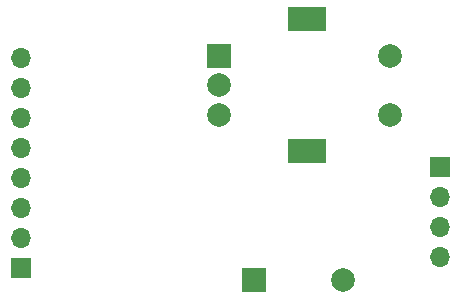
<source format=gbr>
%TF.GenerationSoftware,KiCad,Pcbnew,9.0.0*%
%TF.CreationDate,2025-03-28T18:13:54-04:00*%
%TF.ProjectId,thung,7468756e-672e-46b6-9963-61645f706362,rev?*%
%TF.SameCoordinates,Original*%
%TF.FileFunction,Soldermask,Bot*%
%TF.FilePolarity,Negative*%
%FSLAX46Y46*%
G04 Gerber Fmt 4.6, Leading zero omitted, Abs format (unit mm)*
G04 Created by KiCad (PCBNEW 9.0.0) date 2025-03-28 18:13:54*
%MOMM*%
%LPD*%
G01*
G04 APERTURE LIST*
%ADD10R,1.700000X1.700000*%
%ADD11O,1.700000X1.700000*%
%ADD12R,2.000000X2.000000*%
%ADD13C,2.000000*%
%ADD14R,3.200000X2.000000*%
G04 APERTURE END LIST*
D10*
%TO.C,J2*%
X30500000Y-49000000D03*
D11*
X30500000Y-46460000D03*
X30500000Y-43920000D03*
X30500000Y-41380000D03*
X30500000Y-38840000D03*
X30500000Y-36300000D03*
X30500000Y-33760000D03*
X30500000Y-31220000D03*
%TD*%
D10*
%TO.C,J1*%
X66000000Y-40420000D03*
D11*
X66000000Y-42960000D03*
X66000000Y-45500000D03*
X66000000Y-48040000D03*
%TD*%
D12*
%TO.C,SW1*%
X47250000Y-31000000D03*
D13*
X47250000Y-36000000D03*
X47250000Y-33500000D03*
D14*
X54750000Y-27900000D03*
X54750000Y-39100000D03*
D13*
X61750000Y-36000000D03*
X61750000Y-31000000D03*
%TD*%
D12*
%TO.C,BZ1*%
X50200000Y-50000000D03*
D13*
X57800000Y-50000000D03*
%TD*%
M02*

</source>
